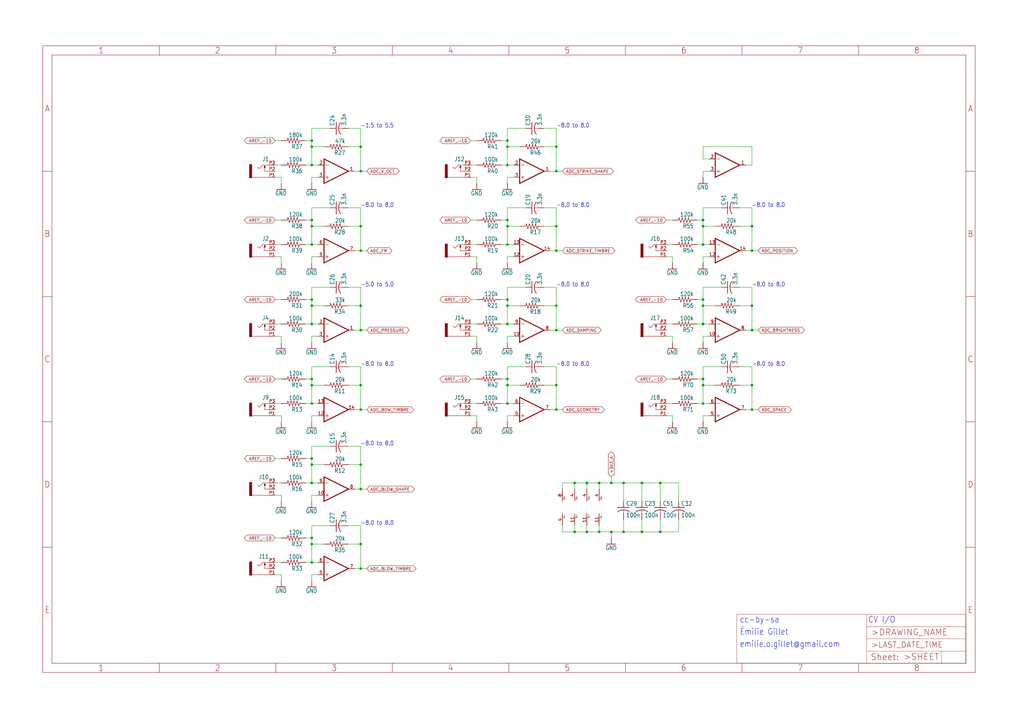
<source format=kicad_sch>
(kicad_sch (version 20231120) (generator "eeschema") (generator_version "8.0")
  (paper "User" 425.45 299.161)
  (junction (at 129.54 91.44))
  (junction (at 129.54 233.68))
  (junction (at 210.82 60.96))
  (junction (at 129.54 226.06))
  (junction (at 129.54 134.62))
  (junction (at 259.08 200.66))
  (junction (at 129.54 157.48))
  (junction (at 129.54 200.66))
  (junction (at 292.1 167.64))
  (junction (at 149.86 226.06))
  (junction (at 129.54 190.5))
  (junction (at 312.42 93.98))
  (junction (at 210.82 157.48))
  (junction (at 238.76 200.66))
  (junction (at 210.82 68.58))
  (junction (at 312.42 170.18))
  (junction (at 129.54 101.6))
  (junction (at 149.86 71.12))
  (junction (at 129.54 160.02))
  (junction (at 149.86 170.18))
  (junction (at 231.14 127))
  (junction (at 210.82 93.98))
  (junction (at 210.82 127))
  (junction (at 129.54 127))
  (junction (at 149.86 137.16))
  (junction (at 231.14 60.96))
  (junction (at 259.08 220.98))
  (junction (at 210.82 58.42))
  (junction (at 210.82 167.64))
  (junction (at 149.86 236.22))
  (junction (at 149.86 193.04))
  (junction (at 129.54 167.64))
  (junction (at 231.14 170.18))
  (junction (at 210.82 101.6))
  (junction (at 292.1 134.62))
  (junction (at 292.1 91.44))
  (junction (at 149.86 93.98))
  (junction (at 149.86 127))
  (junction (at 149.86 104.14))
  (junction (at 129.54 124.46))
  (junction (at 210.82 91.44))
  (junction (at 231.14 71.12))
  (junction (at 243.84 200.66))
  (junction (at 254 200.66))
  (junction (at 243.84 220.98))
  (junction (at 231.14 137.16))
  (junction (at 231.14 160.02))
  (junction (at 254 220.98))
  (junction (at 248.92 220.98))
  (junction (at 129.54 93.98))
  (junction (at 129.54 223.52))
  (junction (at 292.1 101.6))
  (junction (at 312.42 104.14))
  (junction (at 248.92 200.66))
  (junction (at 149.86 203.2))
  (junction (at 292.1 93.98))
  (junction (at 129.54 60.96))
  (junction (at 274.32 220.98))
  (junction (at 312.42 137.16))
  (junction (at 266.7 220.98))
  (junction (at 231.14 93.98))
  (junction (at 274.32 200.66))
  (junction (at 292.1 124.46))
  (junction (at 149.86 160.02))
  (junction (at 238.76 220.98))
  (junction (at 129.54 193.04))
  (junction (at 231.14 104.14))
  (junction (at 292.1 160.02))
  (junction (at 312.42 160.02))
  (junction (at 129.54 68.58))
  (junction (at 312.42 127))
  (junction (at 292.1 127))
  (junction (at 210.82 134.62))
  (junction (at 149.86 60.96))
  (junction (at 266.7 200.66))
  (junction (at 129.54 58.42))
  (junction (at 210.82 160.02))
  (junction (at 210.82 124.46))
  (junction (at 292.1 157.48))
  (wire (pts (xy 276.86 101.6) (xy 279.4 101.6)))
  (wire (pts (xy 312.42 60.96) (xy 312.42 68.58)))
  (wire (pts (xy 274.32 200.66) (xy 274.32 208.28)))
  (wire (pts (xy 195.58 134.62) (xy 198.12 134.62)))
  (wire (pts (xy 312.42 137.16) (xy 314.96 137.16)))
  (wire (pts (xy 226.06 60.96) (xy 231.14 60.96)))
  (wire (pts (xy 127 233.68) (xy 129.54 233.68)))
  (wire (pts (xy 231.14 60.96) (xy 231.14 71.12)))
  (wire (pts (xy 233.68 220.98) (xy 238.76 220.98)))
  (wire (pts (xy 276.86 134.62) (xy 279.4 134.62)))
  (wire (pts (xy 307.34 86.36) (xy 312.42 86.36)))
  (wire (pts (xy 243.84 200.66) (xy 248.92 200.66)))
  (wire (pts (xy 289.56 167.64) (xy 292.1 167.64)))
  (wire (pts (xy 149.86 60.96) (xy 149.86 71.12)))
  (wire (pts (xy 231.14 93.98) (xy 231.14 104.14)))
  (wire (pts (xy 132.08 172.72) (xy 129.54 172.72)))
  (wire (pts (xy 195.58 106.68) (xy 198.12 106.68)))
  (wire (pts (xy 238.76 218.44) (xy 238.76 220.98)))
  (wire (pts (xy 198.12 172.72) (xy 198.12 175.26)))
  (wire (pts (xy 254 200.66) (xy 254 198.12)))
  (wire (pts (xy 116.84 157.48) (xy 114.3 157.48)))
  (wire (pts (xy 144.78 160.02) (xy 149.86 160.02)))
  (wire (pts (xy 129.54 160.02) (xy 129.54 167.64)))
  (wire (pts (xy 292.1 101.6) (xy 294.64 101.6)))
  (wire (pts (xy 292.1 71.12) (xy 292.1 73.66)))
  (wire (pts (xy 248.92 203.2) (xy 248.92 200.66)))
  (wire (pts (xy 114.3 124.46) (xy 116.84 124.46)))
  (wire (pts (xy 149.86 203.2) (xy 152.4 203.2)))
  (wire (pts (xy 312.42 137.16) (xy 309.88 137.16)))
  (wire (pts (xy 144.78 127) (xy 149.86 127)))
  (wire (pts (xy 149.86 226.06) (xy 149.86 236.22)))
  (wire (pts (xy 231.14 137.16) (xy 228.6 137.16)))
  (wire (pts (xy 292.1 124.46) (xy 292.1 127)))
  (wire (pts (xy 312.42 170.18) (xy 309.88 170.18)))
  (wire (pts (xy 127 124.46) (xy 129.54 124.46)))
  (wire (pts (xy 114.3 106.68) (xy 116.84 106.68)))
  (wire (pts (xy 292.1 139.7) (xy 292.1 142.24)))
  (wire (pts (xy 116.84 106.68) (xy 116.84 109.22)))
  (wire (pts (xy 210.82 86.36) (xy 210.82 91.44)))
  (wire (pts (xy 231.14 104.14) (xy 233.68 104.14)))
  (wire (pts (xy 248.92 218.44) (xy 248.92 220.98)))
  (wire (pts (xy 129.54 226.06) (xy 129.54 233.68)))
  (wire (pts (xy 213.36 73.66) (xy 210.82 73.66)))
  (wire (pts (xy 218.44 86.36) (xy 210.82 86.36)))
  (wire (pts (xy 129.54 152.4) (xy 129.54 157.48)))
  (wire (pts (xy 208.28 101.6) (xy 210.82 101.6)))
  (wire (pts (xy 215.9 160.02) (xy 210.82 160.02)))
  (wire (pts (xy 127 101.6) (xy 129.54 101.6)))
  (wire (pts (xy 238.76 203.2) (xy 238.76 200.66)))
  (wire (pts (xy 226.06 53.34) (xy 231.14 53.34)))
  (wire (pts (xy 134.62 226.06) (xy 129.54 226.06)))
  (wire (pts (xy 129.54 193.04) (xy 129.54 200.66)))
  (wire (pts (xy 149.86 127) (xy 149.86 137.16)))
  (wire (pts (xy 292.1 127) (xy 292.1 134.62)))
  (wire (pts (xy 134.62 127) (xy 129.54 127)))
  (wire (pts (xy 210.82 127) (xy 210.82 134.62)))
  (wire (pts (xy 292.1 160.02) (xy 292.1 167.64)))
  (wire (pts (xy 137.16 53.34) (xy 129.54 53.34)))
  (wire (pts (xy 292.1 91.44) (xy 292.1 93.98)))
  (wire (pts (xy 210.82 58.42) (xy 210.82 60.96)))
  (wire (pts (xy 114.3 233.68) (xy 116.84 233.68)))
  (wire (pts (xy 274.32 220.98) (xy 281.94 220.98)))
  (wire (pts (xy 210.82 68.58) (xy 213.36 68.58)))
  (wire (pts (xy 266.7 220.98) (xy 266.7 215.9)))
  (wire (pts (xy 233.68 200.66) (xy 238.76 200.66)))
  (wire (pts (xy 116.84 139.7) (xy 116.84 142.24)))
  (wire (pts (xy 213.36 172.72) (xy 210.82 172.72)))
  (wire (pts (xy 259.08 220.98) (xy 266.7 220.98)))
  (wire (pts (xy 259.08 200.66) (xy 266.7 200.66)))
  (wire (pts (xy 231.14 137.16) (xy 233.68 137.16)))
  (wire (pts (xy 127 157.48) (xy 129.54 157.48)))
  (wire (pts (xy 289.56 124.46) (xy 292.1 124.46)))
  (wire (pts (xy 231.14 53.34) (xy 231.14 60.96)))
  (wire (pts (xy 149.86 170.18) (xy 152.4 170.18)))
  (wire (pts (xy 292.1 167.64) (xy 294.64 167.64)))
  (wire (pts (xy 208.28 91.44) (xy 210.82 91.44)))
  (wire (pts (xy 254 220.98) (xy 259.08 220.98)))
  (wire (pts (xy 132.08 73.66) (xy 129.54 73.66)))
  (wire (pts (xy 210.82 101.6) (xy 213.36 101.6)))
  (wire (pts (xy 294.64 139.7) (xy 292.1 139.7)))
  (wire (pts (xy 248.92 200.66) (xy 254 200.66)))
  (wire (pts (xy 114.3 139.7) (xy 116.84 139.7)))
  (wire (pts (xy 134.62 93.98) (xy 129.54 93.98)))
  (wire (pts (xy 274.32 200.66) (xy 281.94 200.66)))
  (wire (pts (xy 149.86 160.02) (xy 149.86 170.18)))
  (wire (pts (xy 297.18 160.02) (xy 292.1 160.02)))
  (wire (pts (xy 312.42 160.02) (xy 312.42 170.18)))
  (wire (pts (xy 210.82 60.96) (xy 210.82 68.58)))
  (wire (pts (xy 129.54 73.66) (xy 129.54 76.2)))
  (wire (pts (xy 149.86 236.22) (xy 147.32 236.22)))
  (wire (pts (xy 114.3 200.66) (xy 116.84 200.66)))
  (wire (pts (xy 312.42 86.36) (xy 312.42 93.98)))
  (wire (pts (xy 279.4 157.48) (xy 276.86 157.48)))
  (wire (pts (xy 210.82 53.34) (xy 210.82 58.42)))
  (wire (pts (xy 243.84 203.2) (xy 243.84 200.66)))
  (wire (pts (xy 129.54 124.46) (xy 129.54 127)))
  (wire (pts (xy 276.86 91.44) (xy 279.4 91.44)))
  (wire (pts (xy 312.42 104.14) (xy 309.88 104.14)))
  (wire (pts (xy 149.86 104.14) (xy 152.4 104.14)))
  (wire (pts (xy 127 134.62) (xy 129.54 134.62)))
  (wire (pts (xy 149.86 119.38) (xy 149.86 127)))
  (wire (pts (xy 198.12 73.66) (xy 198.12 76.2)))
  (wire (pts (xy 129.54 58.42) (xy 129.54 60.96)))
  (wire (pts (xy 215.9 93.98) (xy 210.82 93.98)))
  (wire (pts (xy 134.62 193.04) (xy 129.54 193.04)))
  (wire (pts (xy 307.34 93.98) (xy 312.42 93.98)))
  (wire (pts (xy 114.3 73.66) (xy 116.84 73.66)))
  (wire (pts (xy 127 91.44) (xy 129.54 91.44)))
  (wire (pts (xy 144.78 53.34) (xy 149.86 53.34)))
  (wire (pts (xy 312.42 127) (xy 312.42 137.16)))
  (wire (pts (xy 129.54 223.52) (xy 129.54 226.06)))
  (wire (pts (xy 226.06 93.98) (xy 231.14 93.98)))
  (wire (pts (xy 144.78 226.06) (xy 149.86 226.06)))
  (wire (pts (xy 134.62 60.96) (xy 129.54 60.96)))
  (wire (pts (xy 281.94 220.98) (xy 281.94 215.9)))
  (wire (pts (xy 144.78 218.44) (xy 149.86 218.44)))
  (wire (pts (xy 231.14 71.12) (xy 233.68 71.12)))
  (wire (pts (xy 307.34 127) (xy 312.42 127)))
  (wire (pts (xy 210.82 157.48) (xy 210.82 160.02)))
  (wire (pts (xy 129.54 190.5) (xy 129.54 193.04)))
  (wire (pts (xy 208.28 58.42) (xy 210.82 58.42)))
  (wire (pts (xy 210.82 91.44) (xy 210.82 93.98)))
  (wire (pts (xy 266.7 200.66) (xy 274.32 200.66)))
  (wire (pts (xy 276.86 167.64) (xy 279.4 167.64)))
  (wire (pts (xy 116.84 73.66) (xy 116.84 76.2)))
  (wire (pts (xy 149.86 236.22) (xy 152.4 236.22)))
  (wire (pts (xy 127 167.64) (xy 129.54 167.64)))
  (wire (pts (xy 279.4 106.68) (xy 279.4 109.22)))
  (wire (pts (xy 208.28 157.48) (xy 210.82 157.48)))
  (wire (pts (xy 149.86 193.04) (xy 149.86 203.2)))
  (wire (pts (xy 129.54 127) (xy 129.54 134.62)))
  (wire (pts (xy 274.32 220.98) (xy 274.32 215.9)))
  (wire (pts (xy 137.16 86.36) (xy 129.54 86.36)))
  (wire (pts (xy 226.06 152.4) (xy 231.14 152.4)))
  (wire (pts (xy 132.08 106.68) (xy 129.54 106.68)))
  (wire (pts (xy 134.62 160.02) (xy 129.54 160.02)))
  (wire (pts (xy 116.84 238.76) (xy 116.84 241.3)))
  (wire (pts (xy 276.86 124.46) (xy 279.4 124.46)))
  (wire (pts (xy 218.44 119.38) (xy 210.82 119.38)))
  (wire (pts (xy 129.54 134.62) (xy 132.08 134.62)))
  (wire (pts (xy 312.42 104.14) (xy 314.96 104.14)))
  (wire (pts (xy 233.68 203.2) (xy 233.68 200.66)))
  (wire (pts (xy 243.84 218.44) (xy 243.84 220.98)))
  (wire (pts (xy 259.08 215.9) (xy 259.08 220.98)))
  (wire (pts (xy 114.3 190.5) (xy 116.84 190.5)))
  (wire (pts (xy 129.54 157.48) (xy 129.54 160.02)))
  (wire (pts (xy 292.1 157.48) (xy 292.1 160.02)))
  (wire (pts (xy 208.28 134.62) (xy 210.82 134.62)))
  (wire (pts (xy 231.14 119.38) (xy 231.14 127)))
  (wire (pts (xy 213.36 106.68) (xy 210.82 106.68)))
  (wire (pts (xy 114.3 223.52) (xy 116.84 223.52)))
  (wire (pts (xy 195.58 58.42) (xy 198.12 58.42)))
  (wire (pts (xy 254 220.98) (xy 254 223.52)))
  (wire (pts (xy 281.94 200.66) (xy 281.94 208.28)))
  (wire (pts (xy 129.54 185.42) (xy 129.54 190.5)))
  (wire (pts (xy 127 200.66) (xy 129.54 200.66)))
  (wire (pts (xy 149.86 93.98) (xy 149.86 104.14)))
  (wire (pts (xy 312.42 68.58) (xy 309.88 68.58)))
  (wire (pts (xy 218.44 53.34) (xy 210.82 53.34)))
  (wire (pts (xy 127 58.42) (xy 129.54 58.42)))
  (wire (pts (xy 129.54 53.34) (xy 129.54 58.42)))
  (wire (pts (xy 266.7 200.66) (xy 266.7 208.28)))
  (wire (pts (xy 129.54 139.7) (xy 129.54 142.24)))
  (wire (pts (xy 259.08 200.66) (xy 259.08 208.28)))
  (wire (pts (xy 114.3 172.72) (xy 116.84 172.72)))
  (wire (pts (xy 312.42 93.98) (xy 312.42 104.14)))
  (wire (pts (xy 231.14 71.12) (xy 228.6 71.12)))
  (wire (pts (xy 137.16 185.42) (xy 129.54 185.42)))
  (wire (pts (xy 129.54 200.66) (xy 132.08 200.66)))
  (wire (pts (xy 218.44 152.4) (xy 210.82 152.4)))
  (wire (pts (xy 114.3 91.44) (xy 116.84 91.44)))
  (wire (pts (xy 215.9 127) (xy 210.82 127)))
  (wire (pts (xy 210.82 134.62) (xy 213.36 134.62)))
  (wire (pts (xy 195.58 73.66) (xy 198.12 73.66)))
  (wire (pts (xy 198.12 106.68) (xy 198.12 109.22)))
  (wire (pts (xy 243.84 220.98) (xy 248.92 220.98)))
  (wire (pts (xy 292.1 119.38) (xy 292.1 124.46)))
  (wire (pts (xy 149.86 71.12) (xy 152.4 71.12)))
  (wire (pts (xy 210.82 119.38) (xy 210.82 124.46)))
  (wire (pts (xy 307.34 152.4) (xy 312.42 152.4)))
  (wire (pts (xy 231.14 170.18) (xy 228.6 170.18)))
  (wire (pts (xy 116.84 205.74) (xy 116.84 208.28)))
  (wire (pts (xy 137.16 119.38) (xy 129.54 119.38)))
  (wire (pts (xy 294.64 172.72) (xy 292.1 172.72)))
  (wire (pts (xy 233.68 218.44) (xy 233.68 220.98)))
  (wire (pts (xy 195.58 172.72) (xy 198.12 172.72)))
  (wire (pts (xy 292.1 66.04) (xy 292.1 60.96)))
  (wire (pts (xy 231.14 86.36) (xy 231.14 93.98)))
  (wire (pts (xy 208.28 167.64) (xy 210.82 167.64)))
  (wire (pts (xy 292.1 152.4) (xy 292.1 157.48)))
  (wire (pts (xy 294.64 66.04) (xy 292.1 66.04)))
  (wire (pts (xy 195.58 139.7) (xy 198.12 139.7)))
  (wire (pts (xy 149.86 137.16) (xy 147.32 137.16)))
  (wire (pts (xy 210.82 172.72) (xy 210.82 175.26)))
  (wire (pts (xy 213.36 139.7) (xy 210.82 139.7)))
  (wire (pts (xy 208.28 124.46) (xy 210.82 124.46)))
  (wire (pts (xy 114.3 205.74) (xy 116.84 205.74)))
  (wire (pts (xy 210.82 167.64) (xy 213.36 167.64)))
  (wire (pts (xy 144.78 86.36) (xy 149.86 86.36)))
  (wire (pts (xy 149.86 152.4) (xy 149.86 160.02)))
  (wire (pts (xy 294.64 71.12) (xy 292.1 71.12)))
  (wire (pts (xy 195.58 101.6) (xy 198.12 101.6)))
  (wire (pts (xy 144.78 93.98) (xy 149.86 93.98)))
  (wire (pts (xy 114.3 101.6) (xy 116.84 101.6)))
  (wire (pts (xy 129.54 60.96) (xy 129.54 68.58)))
  (wire (pts (xy 292.1 86.36) (xy 292.1 91.44)))
  (wire (pts (xy 238.76 220.98) (xy 243.84 220.98)))
  (wire (pts (xy 210.82 152.4) (xy 210.82 157.48)))
  (wire (pts (xy 210.82 160.02) (xy 210.82 167.64)))
  (wire (pts (xy 149.86 53.34) (xy 149.86 60.96)))
  (wire (pts (xy 231.14 160.02) (xy 231.14 170.18)))
  (wire (pts (xy 226.06 160.02) (xy 231.14 160.02)))
  (wire (pts (xy 292.1 172.72) (xy 292.1 175.26)))
  (wire (pts (xy 289.56 157.48) (xy 292.1 157.48)))
  (wire (pts (xy 231.14 170.18) (xy 233.68 170.18)))
  (wire (pts (xy 114.3 58.42) (xy 116.84 58.42)))
  (wire (pts (xy 149.86 203.2) (xy 147.32 203.2)))
  (wire (pts (xy 312.42 170.18) (xy 314.96 170.18)))
  (wire (pts (xy 195.58 91.44) (xy 198.12 91.44)))
  (wire (pts (xy 127 190.5) (xy 129.54 190.5)))
  (wire (pts (xy 210.82 93.98) (xy 210.82 101.6)))
  (wire (pts (xy 127 68.58) (xy 129.54 68.58)))
  (wire (pts (xy 289.56 134.62) (xy 292.1 134.62)))
  (wire (pts (xy 231.14 127) (xy 231.14 137.16)))
  (wire (pts (xy 144.78 185.42) (xy 149.86 185.42)))
  (wire (pts (xy 307.34 119.38) (xy 312.42 119.38)))
  (wire (pts (xy 238.76 200.66) (xy 243.84 200.66)))
  (wire (pts (xy 210.82 106.68) (xy 210.82 109.22)))
  (wire (pts (xy 132.08 205.74) (xy 129.54 205.74)))
  (wire (pts (xy 231.14 104.14) (xy 228.6 104.14)))
  (wire (pts (xy 144.78 152.4) (xy 149.86 152.4)))
  (wire (pts (xy 129.54 238.76) (xy 129.54 241.3)))
  (wire (pts (xy 129.54 93.98) (xy 129.54 101.6)))
  (wire (pts (xy 149.86 170.18) (xy 147.32 170.18)))
  (wire (pts (xy 279.4 139.7) (xy 279.4 142.24)))
  (wire (pts (xy 149.86 104.14) (xy 147.32 104.14)))
  (wire (pts (xy 208.28 68.58) (xy 210.82 68.58)))
  (wire (pts (xy 210.82 124.46) (xy 210.82 127)))
  (wire (pts (xy 149.86 71.12) (xy 147.32 71.12)))
  (wire (pts (xy 210.82 139.7) (xy 210.82 142.24)))
  (wire (pts (xy 137.16 152.4) (xy 129.54 152.4)))
  (wire (pts (xy 226.06 86.36) (xy 231.14 86.36)))
  (wire (pts (xy 292.1 60.96) (xy 312.42 60.96)))
  (wire (pts (xy 226.06 119.38) (xy 231.14 119.38)))
  (wire (pts (xy 292.1 93.98) (xy 292.1 101.6)))
  (wire (pts (xy 297.18 127) (xy 292.1 127)))
  (wire (pts (xy 279.4 172.72) (xy 279.4 175.26)))
  (wire (pts (xy 198.12 139.7) (xy 198.12 142.24)))
  (wire (pts (xy 299.72 86.36) (xy 292.1 86.36)))
  (wire (pts (xy 254 200.66) (xy 259.08 200.66)))
  (wire (pts (xy 226.06 127) (xy 231.14 127)))
  (wire (pts (xy 129.54 205.74) (xy 129.54 208.28)))
  (wire (pts (xy 297.18 93.98) (xy 292.1 93.98)))
  (wire (pts (xy 129.54 86.36) (xy 129.54 91.44)))
  (wire (pts (xy 129.54 119.38) (xy 129.54 124.46)))
  (wire (pts (xy 127 223.52) (xy 129.54 223.52)))
  (wire (pts (xy 195.58 157.48) (xy 198.12 157.48)))
  (wire (pts (xy 312.42 119.38) (xy 312.42 127)))
  (wire (pts (xy 129.54 218.44) (xy 129.54 223.52)))
  (wire (pts (xy 137.16 218.44) (xy 129.54 218.44)))
  (wire (pts (xy 129.54 68.58) (xy 132.08 68.58)))
  (wire (pts (xy 114.3 68.58) (xy 116.84 68.58)))
  (wire (pts (xy 307.34 160.02) (xy 312.42 160.02)))
  (wire (pts (xy 215.9 60.96) (xy 210.82 60.96)))
  (wire (pts (xy 294.64 106.68) (xy 292.1 106.68)))
  (wire (pts (xy 312.42 152.4) (xy 312.42 160.02)))
  (wire (pts (xy 231.14 152.4) (xy 231.14 160.02)))
  (wire (pts (xy 132.08 238.76) (xy 129.54 238.76)))
  (wire (pts (xy 266.7 220.98) (xy 274.32 220.98)))
  (wire (pts (xy 149.86 218.44) (xy 149.86 226.06)))
  (wire (pts (xy 149.86 86.36) (xy 149.86 93.98)))
  (wire (pts (xy 114.3 238.76) (xy 116.84 238.76)))
  (wire (pts (xy 114.3 167.64) (xy 116.84 167.64)))
  (wire (pts (xy 144.78 193.04) (xy 149.86 193.04)))
  (wire (pts (xy 129.54 91.44) (xy 129.54 93.98)))
  (wire (pts (xy 129.54 106.68) (xy 129.54 109.22)))
  (wire (pts (xy 114.3 134.62) (xy 116.84 134.62)))
  (wire (pts (xy 129.54 101.6) (xy 132.08 101.6)))
  (wire (pts (xy 144.78 60.96) (xy 149.86 60.96)))
  (wire (pts (xy 129.54 233.68) (xy 132.08 233.68)))
  (wire (pts (xy 299.72 152.4) (xy 292.1 152.4)))
  (wire (pts (xy 292.1 134.62) (xy 294.64 134.62)))
  (wire (pts (xy 195.58 68.58) (xy 198.12 68.58)))
  (wire (pts (xy 198.12 124.46) (xy 195.58 124.46)))
  (wire (pts (xy 276.86 106.68) (xy 279.4 106.68)))
  (wire (pts (xy 132.08 139.7) (xy 129.54 139.7)))
  (wire (pts (xy 248.92 220.98) (xy 254 220.98)))
  (wire (pts (xy 116.84 172.72) (xy 116.84 175.26)))
  (wire (pts (xy 289.56 91.44) (xy 292.1 91.44)))
  (wire (pts (xy 129.54 172.72) (xy 129.54 175.26)))
  (wire (pts (xy 276.86 139.7) (xy 279.4 139.7)))
  (wire (pts (xy 195.58 167.64) (xy 198.12 167.64)))
  (wire (pts (xy 129.54 167.64) (xy 132.08 167.64)))
  (wire (pts (xy 289.56 101.6) (xy 292.1 101.6)))
  (wire (pts (xy 276.86 172.72) (xy 279.4 172.72)))
  (wire (pts (xy 149.86 185.42) (xy 149.86 193.04)))
  (wire (pts (xy 149.86 137.16) (xy 152.4 137.16)))
  (wire (pts (xy 292.1 106.68) (xy 292.1 109.22)))
  (wire (pts (xy 144.78 119.38) (xy 149.86 119.38)))
  (wire (pts (xy 210.82 73.66) (xy 210.82 76.2)))
  (wire (pts (xy 299.72 119.38) (xy 292.1 119.38)))
  (text "-8.0 to 8.0" (at 149.86 152.4 0) (effects (font (size 1.778 1.5113)) (justify left bottom)))
  (text "-8.0 to 8.0" (at 312.42 152.4 0) (effects (font (size 1.778 1.5113)) (justify left bottom)))
  (text "-8.0 to 8.0" (at 149.86 218.44 0) (effects (font (size 1.778 1.5113)) (justify left bottom)))
  (text "-8.0 to 8.0" (at 149.86 185.42 0) (effects (font (size 1.778 1.5113)) (justify left bottom)))
  (text "Émilie Gillet" (at 307.34 264.16 0) (effects (font (size 2.54 2.159)) (justify left bottom)))
  (text "-5.0 to 5.0" (at 149.86 119.38 0) (effects (font (size 1.778 1.5113)) (justify left bottom)))
  (text "-8.0 to 8.0" (at 312.42 119.38 0) (effects (font (size 1.778 1.5113)) (justify left bottom)))
  (text "cc-by-sa" (at 307.34 259.08 0) (effects (font (size 2.54 2.159)) (justify left bottom)))
  (text "-8.0 to 8.0" (at 312.42 86.36 0) (effects (font (size 1.778 1.5113)) (justify left bottom)))
  (text "-8.0 to 8.0" (at 231.14 152.4 0) (effects (font (size 1.778 1.5113)) (justify left bottom)))
  (text "emilie.o.gillet@gmail.com" (at 307.34 269.24 0) (effects (font (size 2.54 2.159)) (justify left bottom)))
  (text "-8.0 to 8.0" (at 231.14 119.38 0) (effects (font (size 1.778 1.5113)) (justify left bottom)))
  (text "CV I/O" (at 360.68 259.08 0) (effects (font (size 2.54 2.159)) (justify left bottom)))
  (text "-8.0 to 8.0" (at 149.86 86.36 0) (effects (font (size 1.778 1.5113)) (justify left bottom)))
  (text "-8.0 to 8.0" (at 231.14 86.36 0) (effects (font (size 1.778 1.5113)) (justify left bottom)))
  (text "-8.0 to 8.0" (at 231.14 53.34 0) (effects (font (size 1.778 1.5113)) (justify left bottom)))
  (text "-1.5 to 5.5" (at 149.86 53.34 0) (effects (font (size 1.778 1.5113)) (justify left bottom)))
  (global_label "AREF_-10" (shape bidirectional) (at 276.86 91.44 180) (effects (font (size 1.2446 1.2446))) (property "Intersheetrefs" "${INTERSHEET_REFS}" (effects (hide yes))))
  (global_label "+3V3_A" (shape bidirectional) (at 254 198.12 90) (effects (font (size 1.2446 1.2446))) (property "Intersheetrefs" "${INTERSHEET_REFS}" (effects (hide yes))))
  (global_label "ADC_BRIGHTNESS" (shape bidirectional) (at 314.96 137.16 0) (effects (font (size 1.2446 1.2446))) (property "Intersheetrefs" "${INTERSHEET_REFS}" (effects (hide yes))))
  (global_label "ADC_GEOMETRY" (shape bidirectional) (at 233.68 170.18 0) (effects (font (size 1.2446 1.2446))) (property "Intersheetrefs" "${INTERSHEET_REFS}" (effects (hide yes))))
  (global_label "ADC_BLOW_SHAPE" (shape bidirectional) (at 152.4 203.2 0) (effects (font (size 1.2446 1.2446))) (property "Intersheetrefs" "${INTERSHEET_REFS}" (effects (hide yes))))
  (global_label "ADC_BLOW_TIMBRE" (shape bidirectional) (at 152.4 236.22 0) (effects (font (size 1.2446 1.2446))) (property "Intersheetrefs" "${INTERSHEET_REFS}" (effects (hide yes))))
  (global_label "ADC_V_OCT" (shape bidirectional) (at 152.4 71.12 0) (effects (font (size 1.2446 1.2446))) (property "Intersheetrefs" "${INTERSHEET_REFS}" (effects (hide yes))))
  (global_label "ADC_DAMPING" (shape bidirectional) (at 233.68 137.16 0) (effects (font (size 1.2446 1.2446))) (property "Intersheetrefs" "${INTERSHEET_REFS}" (effects (hide yes))))
  (global_label "ADC_FM" (shape bidirectional) (at 152.4 104.14 0) (effects (font (size 1.2446 1.2446))) (property "Intersheetrefs" "${INTERSHEET_REFS}" (effects (hide yes))))
  (global_label "AREF_-10" (shape bidirectional) (at 276.86 124.46 180) (effects (font (size 1.2446 1.2446))) (property "Intersheetrefs" "${INTERSHEET_REFS}" (effects (hide yes))))
  (global_label "AREF_-10" (shape bidirectional) (at 114.3 157.48 180) (effects (font (size 1.2446 1.2446))) (property "Intersheetrefs" "${INTERSHEET_REFS}" (effects (hide yes))))
  (global_label "ADC_BOW_TIMBRE" (shape bidirectional) (at 152.4 170.18 0) (effects (font (size 1.2446 1.2446))) (property "Intersheetrefs" "${INTERSHEET_REFS}" (effects (hide yes))))
  (global_label "ADC_POSITION" (shape bidirectional) (at 314.96 104.14 0) (effects (font (size 1.2446 1.2446))) (property "Intersheetrefs" "${INTERSHEET_REFS}" (effects (hide yes))))
  (global_label "ADC_STRIKE_SHAPE" (shape bidirectional) (at 233.68 71.12 0) (effects (font (size 1.2446 1.2446))) (property "Intersheetrefs" "${INTERSHEET_REFS}" (effects (hide yes))))
  (global_label "AREF_-10" (shape bidirectional) (at 114.3 190.5 180) (effects (font (size 1.2446 1.2446))) (property "Intersheetrefs" "${INTERSHEET_REFS}" (effects (hide yes))))
  (global_label "ADC_STRIKE_TIMBRE" (shape bidirectional) (at 233.68 104.14 0) (effects (font (size 1.2446 1.2446))) (property "Intersheetrefs" "${INTERSHEET_REFS}" (effects (hide yes))))
  (global_label "AREF_-10" (shape bidirectional) (at 195.58 91.44 180) (effects (font (size 1.2446 1.2446))) (property "Intersheetrefs" "${INTERSHEET_REFS}" (effects (hide yes))))
  (global_label "AREF_-10" (shape bidirectional) (at 114.3 58.42 180) (effects (font (size 1.2446 1.2446))) (property "Intersheetrefs" "${INTERSHEET_REFS}" (effects (hide yes))))
  (global_label "AREF_-10" (shape bidirectional) (at 114.3 124.46 180) (effects (font (size 1.2446 1.2446))) (property "Intersheetrefs" "${INTERSHEET_REFS}" (effects (hide yes))))
  (global_label "ADC_SPACE" (shape bidirectional) (at 314.96 170.18 0) (effects (font (size 1.2446 1.2446))) (property "Intersheetrefs" "${INTERSHEET_REFS}" (effects (hide yes))))
  (global_label "AREF_-10" (shape bidirectional) (at 276.86 157.48 180) (effects (font (size 1.2446 1.2446))) (property "Intersheetrefs" "${INTERSHEET_REFS}" (effects (hide yes))))
  (global_label "AREF_-10" (shape bidirectional) (at 114.3 223.52 180) (effects (font (size 1.2446 1.2446))) (property "Intersheetrefs" "${INTERSHEET_REFS}" (effects (hide yes))))
  (global_label "AREF_-10" (shape bidirectional) (at 195.58 124.46 180) (effects (font (size 1.2446 1.2446))) (property "Intersheetrefs" "${INTERSHEET_REFS}" (effects (hide yes))))
  (global_label "AREF_-10" (shape bidirectional) (at 195.58 58.42 180) (effects (font (size 1.2446 1.2446))) (property "Intersheetrefs" "${INTERSHEET_REFS}" (effects (hide yes))))
  (global_label "AREF_-10" (shape bidirectional) (at 114.3 91.44 180) (effects (font (size 1.2446 1.2446))) (property "Intersheetrefs" "${INTERSHEET_REFS}" (effects (hide yes))))
  (global_label "AREF_-10" (shape bidirectional) (at 195.58 157.48 180) (effects (font (size 1.2446 1.2446))) (property "Intersheetrefs" "${INTERSHEET_REFS}" (effects (hide yes))))
  (global_label "ADC_PRESSURE" (shape bidirectional) (at 152.4 137.16 0) (effects (font (size 1.2446 1.2446))) (property "Intersheetrefs" "${INTERSHEET_REFS}" (effects (hide yes))))
  (symbol (lib_id "elements_v02-eagle-import:R-US_R0603") (at 121.92 167.64 180) (unit 1)
    (property "Reference" "R13" (at 125.73 169.1386 0) (effects (font (size 1.778 1.5113)) (justify left bottom)))
    (property "Value" "100k" (at 125.73 164.338 0) (effects (font (size 1.778 1.5113)) (justify left bottom)))
    (property "Footprint" "elements_v02:R0603" (effects (hide yes)))
  )
  (symbol (lib_id "elements_v02-eagle-import:R-US_R0603") (at 284.48 124.46 180) (unit 1)
    (property "Reference" "R56" (at 288.29 125.9586 0) (effects (font (size 1.778 1.5113)) (justify left bottom)))
    (property "Value" "120k" (at 288.29 121.158 0) (effects (font (size 1.778 1.5113)) (justify left bottom)))
    (property "Footprint" "elements_v02:R0603" (effects (hide yes)))
  )
  (symbol (lib_id "elements_v02-eagle-import:TL072D") (at 139.7 104.14 0) (mirror x) (unit 2)
    (property "Reference" "IC9" (effects (hide yes)))
    (property "Value" "MCP6002" (effects (hide yes)))
    (property "Footprint" "elements_v02:SO08" (effects (hide yes)))
  )
  (symbol (lib_id "elements_v02-eagle-import:GND") (at 116.84 111.76 0) (unit 1)
    (property "Reference" "#GND06" (effects (hide yes)))
    (property "Value" "GND" (at 114.3 114.3 0) (effects (font (size 1.778 1.5113)) (justify left bottom)))
    (property "Footprint" "elements_v02:" (effects (hide yes)))
  )
  (symbol (lib_id "elements_v02-eagle-import:TL074D") (at 220.98 104.14 0) (mirror x) (unit 4)
    (property "Reference" "IC7" (effects (hide yes)))
    (property "Value" "MCP6004" (effects (hide yes)))
    (property "Footprint" "elements_v02:SO14" (effects (hide yes)))
  )
  (symbol (lib_id "elements_v02-eagle-import:C-USC0603") (at 266.7 210.82 0) (unit 1)
    (property "Reference" "C23" (at 267.716 210.185 0) (effects (font (size 1.778 1.5113)) (justify left bottom)))
    (property "Value" "100n" (at 267.716 215.011 0) (effects (font (size 1.778 1.5113)) (justify left bottom)))
    (property "Footprint" "elements_v02:C0603" (effects (hide yes)))
  )
  (symbol (lib_id "elements_v02-eagle-import:TL074D") (at 302.26 68.58 0) (mirror x) (unit 1)
    (property "Reference" "IC13" (effects (hide yes)))
    (property "Value" "MCP6004" (effects (hide yes)))
    (property "Footprint" "elements_v02:SO14" (effects (hide yes)))
  )
  (symbol (lib_id "elements_v02-eagle-import:GND") (at 129.54 210.82 0) (unit 1)
    (property "Reference" "#GND02" (effects (hide yes)))
    (property "Value" "GND" (at 127 213.36 0) (effects (font (size 1.778 1.5113)) (justify left bottom)))
    (property "Footprint" "elements_v02:" (effects (hide yes)))
  )
  (symbol (lib_id "elements_v02-eagle-import:R-US_R0603") (at 220.98 160.02 180) (unit 1)
    (property "Reference" "R29" (at 224.79 161.5186 0) (effects (font (size 1.778 1.5113)) (justify left bottom)))
    (property "Value" "20k" (at 224.79 156.718 0) (effects (font (size 1.778 1.5113)) (justify left bottom)))
    (property "Footprint" "elements_v02:R0603" (effects (hide yes)))
  )
  (symbol (lib_id "elements_v02-eagle-import:GND") (at 129.54 111.76 0) (unit 1)
    (property "Reference" "#GND013" (effects (hide yes)))
    (property "Value" "GND" (at 127 114.3 0) (effects (font (size 1.778 1.5113)) (justify left bottom)))
    (property "Footprint" "elements_v02:" (effects (hide yes)))
  )
  (symbol (lib_id "elements_v02-eagle-import:GND") (at 254 226.06 0) (unit 1)
    (property "Reference" "#GND028" (effects (hide yes)))
    (property "Value" "GND" (at 251.46 228.6 0) (effects (font (size 1.778 1.5113)) (justify left bottom)))
    (property "Footprint" "elements_v02:" (effects (hide yes)))
  )
  (symbol (lib_id "elements_v02-eagle-import:R-US_R0603") (at 121.92 124.46 180) (unit 1)
    (property "Reference" "R31" (at 125.73 125.9586 0) (effects (font (size 1.778 1.5113)) (justify left bottom)))
    (property "Value" "200k" (at 125.73 121.158 0) (effects (font (size 1.778 1.5113)) (justify left bottom)))
    (property "Footprint" "elements_v02:R0603" (effects (hide yes)))
  )
  (symbol (lib_id "elements_v02-eagle-import:R-US_R0603") (at 121.92 157.48 180) (unit 1)
    (property "Reference" "R14" (at 125.73 158.9786 0) (effects (font (size 1.778 1.5113)) (justify left bottom)))
    (property "Value" "120k" (at 125.73 154.178 0) (effects (font (size 1.778 1.5113)) (justify left bottom)))
    (property "Footprint" "elements_v02:R0603" (effects (hide yes)))
  )
  (symbol (lib_id "elements_v02-eagle-import:R-US_R0603") (at 139.7 60.96 180) (unit 1)
    (property "Reference" "R27" (at 143.51 62.4586 0) (effects (font (size 1.778 1.5113)) (justify left bottom)))
    (property "Value" "47k" (at 143.51 57.658 0) (effects (font (size 1.778 1.5113)) (justify left bottom)))
    (property "Footprint" "elements_v02:R0603" (effects (hide yes)))
  )
  (symbol (lib_id "elements_v02-eagle-import:C-USC0603") (at 139.7 185.42 90) (unit 1)
    (property "Reference" "C15" (at 139.065 184.404 0) (effects (font (size 1.778 1.5113)) (justify left bottom)))
    (property "Value" "3.3n" (at 143.891 184.404 0) (effects (font (size 1.778 1.5113)) (justify left bottom)))
    (property "Footprint" "elements_v02:C0603" (effects (hide yes)))
  )
  (symbol (lib_id "elements_v02-eagle-import:GND") (at 116.84 78.74 0) (unit 1)
    (property "Reference" "#GND07" (effects (hide yes)))
    (property "Value" "GND" (at 114.3 81.28 0) (effects (font (size 1.778 1.5113)) (justify left bottom)))
    (property "Footprint" "elements_v02:" (effects (hide yes)))
  )
  (symbol (lib_id "elements_v02-eagle-import:GND") (at 198.12 177.8 0) (unit 1)
    (property "Reference" "#GND066" (effects (hide yes)))
    (property "Value" "GND" (at 195.58 180.34 0) (effects (font (size 1.778 1.5113)) (justify left bottom)))
    (property "Footprint" "elements_v02:" (effects (hide yes)))
  )
  (symbol (lib_id "elements_v02-eagle-import:R-US_R0603") (at 121.92 190.5 180) (unit 1)
    (property "Reference" "R15" (at 125.73 191.9986 0) (effects (font (size 1.778 1.5113)) (justify left bottom)))
    (property "Value" "120k" (at 125.73 187.198 0) (effects (font (size 1.778 1.5113)) (justify left bottom)))
    (property "Footprint" "elements_v02:R0603" (effects (hide yes)))
  )
  (symbol (lib_id "elements_v02-eagle-import:R-US_R0603") (at 121.92 223.52 180) (unit 1)
    (property "Reference" "R32" (at 125.73 225.0186 0) (effects (font (size 1.778 1.5113)) (justify left bottom)))
    (property "Value" "120k" (at 125.73 220.218 0) (effects (font (size 1.778 1.5113)) (justify left bottom)))
    (property "Footprint" "elements_v02:R0603" (effects (hide yes)))
  )
  (symbol (lib_id "elements_v02-eagle-import:R-US_R0603") (at 203.2 134.62 180) (unit 1)
    (property "Reference" "R22" (at 207.01 136.1186 0) (effects (font (size 1.778 1.5113)) (justify left bottom)))
    (property "Value" "100k" (at 207.01 131.318 0) (effects (font (size 1.778 1.5113)) (justify left bottom)))
    (property "Footprint" "elements_v02:R0603" (effects (hide yes)))
  )
  (symbol (lib_id "elements_v02-eagle-import:R-US_R0603") (at 121.92 101.6 180) (unit 1)
    (property "Reference" "R39" (at 125.73 103.0986 0) (effects (font (size 1.778 1.5113)) (justify left bottom)))
    (property "Value" "100k" (at 125.73 98.298 0) (effects (font (size 1.778 1.5113)) (justify left bottom)))
    (property "Footprint" "elements_v02:R0603" (effects (hide yes)))
  )
  (symbol (lib_id "elements_v02-eagle-import:GND") (at 210.82 177.8 0) (unit 1)
    (property "Reference" "#GND072" (effects (hide yes)))
    (property "Value" "GND" (at 208.28 180.34 0) (effects (font (size 1.778 1.5113)) (justify left bottom)))
    (property "Footprint" "elements_v02:" (effects (hide yes)))
  )
  (symbol (lib_id "elements_v02-eagle-import:R-US_R0603") (at 203.2 124.46 180) (unit 1)
    (property "Reference" "R21" (at 207.01 125.9586 0) (effects (font (size 1.778 1.5113)) (justify left bottom)))
    (property "Value" "120k" (at 207.01 121.158 0) (effects (font (size 1.778 1.5113)) (justify left bottom)))
    (property "Footprint" "elements_v02:R0603" (effects (hide yes)))
  )
  (symbol (lib_id "elements_v02-eagle-import:GND") (at 292.1 144.78 0) (unit 1)
    (property "Reference" "#GND062" (effects (hide yes)))
    (property "Value" "GND" (at 289.56 147.32 0) (effects (font (size 1.778 1.5113)) (justify left bottom)))
    (property "Footprint" "elements_v02:" (effects (hide yes)))
  )
  (symbol (lib_id "elements_v02-eagle-import:R-US_R0603") (at 302.26 160.02 180) (unit 1)
    (property "Reference" "R73" (at 306.07 161.5186 0) (effects (font (size 1.778 1.5113)) (justify left bottom)))
    (property "Value" "20k" (at 306.07 156.718 0) (effects (font (size 1.778 1.5113)) (justify left bottom)))
    (property "Footprint" "elements_v02:R0603" (effects (hide yes)))
  )
  (symbol (lib_id "elements_v02-eagle-import:R-US_R0603") (at 203.2 167.64 180) (unit 1)
    (property "Reference" "R43" (at 207.01 169.1386 0) (effects (font (size 1.778 1.5113)) (justify left bottom)))
    (property "Value" "100k" (at 207.01 164.338 0) (effects (font (size 1.778 1.5113)) (justify left bottom)))
    (property "Footprint" "elements_v02:R0603" (effects (hide yes)))
  )
  (symbol (lib_id "elements_v02-eagle-import:R-US_R0603") (at 220.98 127 180) (unit 1)
    (property "Reference" "R18" (at 224.79 128.4986 0) (effects (font (size 1.778 1.5113)) (justify left bottom)))
    (property "Value" "20k" (at 224.79 123.698 0) (effects (font (size 1.778 1.5113)) (justify left bottom)))
    (property "Footprint" "elements_v02:R0603" (effects (hide yes)))
  )
  (symbol (lib_id "elements_v02-eagle-import:GND") (at 129.54 78.74 0) (unit 1)
    (property "Reference" "#GND011" (effects (hide yes)))
    (property "Value" "GND" (at 127 81.28 0) (effects (font (size 1.778 1.5113)) (justify left bottom)))
    (property "Footprint" "elements_v02:" (effects (hide yes)))
  )
  (symbol (lib_id "elements_v02-eagle-import:R-US_R0603") (at 121.92 58.42 180) (unit 1)
    (property "Reference" "R37" (at 125.73 59.9186 0) (effects (font (size 1.778 1.5113)) (justify left bottom)))
    (property "Value" "180k" (at 125.73 55.118 0) (effects (font (size 1.778 1.5113)) (justify left bottom)))
    (property "Footprint" "elements_v02:R0603" (effects (hide yes)))
  )
  (symbol (lib_id "elements_v02-eagle-import:C-USC0603") (at 302.26 119.38 90) (unit 1)
    (property "Reference" "C42" (at 301.625 118.364 0) (effects (font (size 1.778 1.5113)) (justify left bottom)))
    (property "Value" "3.3n" (at 306.451 118.364 0) (effects (font (size 1.778 1.5113)) (justify left bottom)))
    (property "Footprint" "elements_v02:C0603" (effects (hide yes)))
  )
  (symbol (lib_id "elements_v02-eagle-import:C-USC0603") (at 281.94 210.82 0) (unit 1)
    (property "Reference" "C32" (at 282.956 210.185 0) (effects (font (size 1.778 1.5113)) (justify left bottom)))
    (property "Value" "100n" (at 282.956 215.011 0) (effects (font (size 1.778 1.5113)) (justify left bottom)))
    (property "Footprint" "elements_v02:C0603" (effects (hide yes)))
  )
  (symbol (lib_id "elements_v02-eagle-import:C-USC0603") (at 139.7 119.38 90) (unit 1)
    (property "Reference" "C26" (at 139.065 118.364 0) (effects (font (size 1.778 1.5113)) (justify left bottom)))
    (property "Value" "3.3n" (at 143.891 118.364 0) (effects (font (size 1.778 1.5113)) (justify left bottom)))
    (property "Footprint" "elements_v02:C0603" (effects (hide yes)))
  )
  (symbol (lib_id "elements_v02-eagle-import:PJ301_THONKICONN6") (at 190.5 71.12 0) (mirror y) (unit 1)
    (property "Reference" "J12" (at 193.04 67.056 0) (effects (font (size 1.778 1.5113)) (justify left bottom)))
    (property "Value" "PJ301_THONKICONN6" (effects (hide yes)))
    (property "Footprint" "elements_v02:WQP_PJ_301M6" (effects (hide yes)))
  )
  (symbol (lib_id "elements_v02-eagle-import:R-US_R0603") (at 220.98 93.98 180) (unit 1)
    (property "Reference" "R17" (at 224.79 95.4786 0) (effects (font (size 1.778 1.5113)) (justify left bottom)))
    (property "Value" "20k" (at 224.79 90.678 0) (effects (font (size 1.778 1.5113)) (justify left bottom)))
    (property "Footprint" "elements_v02:R0603" (effects (hide yes)))
  )
  (symbol (lib_id "elements_v02-eagle-import:R-US_R0603") (at 284.48 91.44 180) (unit 1)
    (property "Reference" "R55" (at 288.29 92.9386 0) (effects (font (size 1.778 1.5113)) (justify left bottom)))
    (property "Value" "120k" (at 288.29 88.138 0) (effects (font (size 1.778 1.5113)) (justify left bottom)))
    (property "Footprint" "elements_v02:R0603" (effects (hide yes)))
  )
  (symbol (lib_id "elements_v02-eagle-import:PJ301_THONKICONN6") (at 109.22 236.22 0) (mirror y) (unit 1)
    (property "Reference" "J11" (at 111.76 232.156 0) (effects (font (size 1.778 1.5113)) (justify left bottom)))
    (property "Value" "PJ301_THONKICONN6" (effects (hide yes)))
    (property "Footprint" "elements_v02:WQP_PJ_301M6" (effects (hide yes)))
  )
  (symbol (lib_id "elements_v02-eagle-import:GND") (at 116.84 177.8 0) (unit 1)
    (property "Reference" "#GND08" (effects (hide yes)))
    (property "Value" "GND" (at 114.3 180.34 0) (effects (font (size 1.778 1.5113)) (justify left bottom)))
    (property "Footprint" "elements_v02:" (effects (hide yes)))
  )
  (symbol (lib_id "elements_v02-eagle-import:R-US_R0603") (at 203.2 58.42 180) (unit 1)
    (property "Reference" "R41" (at 207.01 59.9186 0) (effects (font (size 1.778 1.5113)) (justify left bottom)))
    (property "Value" "120k" (at 207.01 55.118 0) (effects (font (size 1.778 1.5113)) (justify left bottom)))
    (property "Footprint" "elements_v02:R0603" (effects (hide yes)))
  )
  (symbol (lib_id "elements_v02-eagle-import:C-USC0603") (at 139.7 152.4 90) (unit 1)
    (property "Reference" "C14" (at 139.065 151.384 0) (effects (font (size 1.778 1.5113)) (justify left bottom)))
    (property "Value" "3.3n" (at 143.891 151.384 0) (effects (font (size 1.778 1.5113)) (justify left bottom)))
    (property "Footprint" "elements_v02:C0603" (effects (hide yes)))
  )
  (symbol (lib_id "elements_v02-eagle-import:R-US_R0603") (at 139.7 160.02 180) (unit 1)
    (property "Reference" "R11" (at 143.51 161.5186 0) (effects (font (size 1.778 1.5113)) (justify left bottom)))
    (property "Value" "20k" (at 143.51 156.718 0) (effects (font (size 1.778 1.5113)) (justify left bottom)))
    (property "Footprint" "elements_v02:R0603" (effects (hide yes)))
  )
  (symbol (lib_id "elements_v02-eagle-import:C-USC0603") (at 259.08 210.82 0) (unit 1)
    (property "Reference" "C29" (at 260.096 210.185 0) (effects (font (size 1.778 1.5113)) (justify left bottom)))
    (property "Value" "100n" (at 260.096 215.011 0) (effects (font (size 1.778 1.5113)) (justify left bottom)))
    (property "Footprint" "elements_v02:C0603" (effects (hide yes)))
  )
  (symbol (lib_id "elements_v02-eagle-import:GND") (at 129.54 177.8 0) (unit 1)
    (property "Reference" "#GND09" (effects (hide yes)))
    (property "Value" "GND" (at 127 180.34 0) (effects (font (size 1.778 1.5113)) (justify left bottom)))
    (property "Footprint" "elements_v02:" (effects (hide yes)))
  )
  (symbol (lib_id "elements_v02-eagle-import:GND") (at 116.84 243.84 0) (unit 1)
    (property "Reference" "#GND047" (effects (hide yes)))
    (property "Value" "GND" (at 114.3 246.38 0) (effects (font (size 1.778 1.5113)) (justify left bottom)))
    (property "Footprint" "elements_v02:" (effects (hide yes)))
  )
  (symbol (lib_id "elements_v02-eagle-import:TL074D") (at 220.98 71.12 0) (mirror x) (unit 1)
    (property "Reference" "IC7" (effects (hide yes)))
    (property "Value" "MCP6004" (effects (hide yes)))
    (property "Footprint" "elements_v02:SO14" (effects (hide yes)))
  )
  (symbol (lib_id "elements_v02-eagle-import:PJ301_THONKICONN6") (at 271.78 170.18 0) (mirror y) (unit 1)
    (property "Reference" "J18" (at 274.32 166.116 0) (effects (font (size 1.778 1.5113)) (justify left bottom)))
    (property "Value" "PJ301_THONKICONN6" (effects (hide yes)))
    (property "Footprint" "elements_v02:WQP_PJ_301M6" (effects (hide yes)))
  )
  (symbol (lib_id "elements_v02-eagle-import:TL074D") (at 302.26 137.16 0) (mirror x) (unit 3)
    (property "Reference" "IC13" (effects (hide yes)))
    (property "Value" "MCP6004" (effects (hide yes)))
    (property "Footprint" "elements_v02:SO14" (effects (hide yes)))
  )
  (symbol (lib_id "elements_v02-eagle-import:A3L-LOC") (at 17.78 279.4 0) (unit 1)
    (property "Reference" "#FRAME1" (effects (hide yes)))
    (property "Value" "A3L-LOC" (effects (hide yes)))
    (property "Footprint" "elements_v02:" (effects (hide yes)))
  )
  (symbol (lib_id "elements_v02-eagle-import:PJ301_THONKICONN6") (at 271.78 104.14 0) (mirror y) (unit 1)
    (property "Reference" "J16" (at 274.32 100.076 0) (effects (font (size 1.778 1.5113)) (justify left bottom)))
    (property "Value" "PJ301_THONKICONN6" (effects (hide yes)))
    (property "Footprint" "elements_v02:WQP_PJ_301M6" (effects (hide yes)))
  )
  (symbol (lib_id "elements_v02-eagle-import:PJ301_THONKICONN6") (at 190.5 137.16 0) (mirror y) (unit 1)
    (property "Reference" "J14" (at 193.04 133.096 0) (effects (font (size 1.778 1.5113)) (justify left bottom)))
    (property "Value" "PJ301_THONKICONN6" (effects (hide yes)))
    (property "Footprint" "elements_v02:WQP_PJ_301M6" (effects (hide yes)))
  )
  (symbol (lib_id "elements_v02-eagle-import:PJ301_THONKICONN6") (at 109.22 71.12 0) (mirror y) (unit 1)
    (property "Reference" "J1" (at 111.76 67.056 0) (effects (font (size 1.778 1.5113)) (justify left bottom)))
    (property "Value" "PJ301_THONKICONN6" (effects (hide yes)))
    (property "Footprint" "elements_v02:WQP_PJ_301M6" (effects (hide yes)))
  )
  (symbol (lib_id "elements_v02-eagle-import:TL074D") (at 139.7 236.22 0) (mirror x) (unit 2)
    (property "Reference" "IC6" (effects (hide yes)))
    (property "Value" "MCP6004" (effects (hide yes)))
    (property "Footprint" "elements_v02:SO14" (effects (hide yes)))
  )
  (symbol (lib_id "elements_v02-eagle-import:GND") (at 292.1 111.76 0) (unit 1)
    (property "Reference" "#GND074" (effects (hide yes)))
    (property "Value" "GND" (at 289.56 114.3 0) (effects (font (size 1.778 1.5113)) (justify left bottom)))
    (property "Footprint" "elements_v02:" (effects (hide yes)))
  )
  (symbol (lib_id "elements_v02-eagle-import:TL074D") (at 220.98 170.18 0) (mirror x) (unit 2)
    (property "Reference" "IC7" (effects (hide yes)))
    (property "Value" "MCP6004" (effects (hide yes)))
    (property "Footprint" "elements_v02:SO14" (effects (hide yes)))
  )
  (symbol (lib_id "elements_v02-eagle-import:GND") (at 198.12 144.78 0) (unit 1)
    (property "Reference" "#GND043" (effects (hide yes)))
    (property "Value" "GND" (at 195.58 147.32 0) (effects (font (size 1.778 1.5113)) (justify left bottom)))
    (property "Footprint" "elements_v02:" (effects (hide yes)))
  )
  (symbol (lib_id "elements_v02-eagle-import:TL072D") (at 139.7 71.12 0) (mirror x) (unit 1)
    (property "Reference" "IC9" (effects (hide yes)))
    (property "Value" "MCP6002" (effects (hide yes)))
    (property "Footprint" "elements_v02:SO08" (effects (hide yes)))
  )
  (symbol (lib_id "elements_v02-eagle-import:PJ301_THONKICONN6") (at 109.22 203.2 0) (mirror y) (unit 1)
    (property "Reference" "J10" (at 111.76 199.136 0) (effects (font (size 1.778 1.5113)) (justify left bottom)))
    (property "Value" "PJ301_THONKICONN6" (effects (hide yes)))
    (property "Footprint" "elements_v02:WQP_PJ_301M6" (effects (hide yes)))
  )
  (symbol (lib_id "elements_v02-eagle-import:TL074D") (at 302.26 170.18 0) (mirror x) (unit 2)
    (property "Reference" "IC13" (effects (hide yes)))
    (property "Value" "MCP6004" (effects (hide yes)))
    (property "Footprint" "elements_v02:SO14" (effects (hide yes)))
  )
  (symbol (lib_id "elements_v02-eagle-import:C-USC0603") (at 139.7 86.36 90) (unit 1)
    (property "Reference" "C25" (at 139.065 85.344 0) (effects (font (size 1.778 1.5113)) (justify left bottom)))
    (property "Value" "3.3n" (at 143.891 85.344 0) (effects (font (size 1.778 1.5113)) (justify left bottom)))
    (property "Footprint" "elements_v02:C0603" (effects (hide yes)))
  )
  (symbol (lib_id "elements_v02-eagle-import:TL074D") (at 220.98 137.16 0) (mirror x) (unit 3)
    (property "Reference" "IC7" (effects (hide yes)))
    (property "Value" "MCP6004" (effects (hide yes)))
    (property "Footprint" "elements_v02:SO14" (effects (hide yes)))
  )
  (symbol (lib_id "elements_v02-eagle-import:R-US_R0603") (at 139.7 193.04 180) (unit 1)
    (property "Reference" "R12" (at 143.51 194.5386 0) (effects (font (size 1.778 1.5113)) (justify left bottom)))
    (property "Value" "20k" (at 143.51 189.738 0) (effects (font (size 1.778 1.5113)) (justify left bottom)))
    (property "Footprint" "elements_v02:R0603" (effects (hide yes)))
  )
  (symbol (lib_id "elements_v02-eagle-import:C-USC0603") (at 220.98 86.36 90) (unit 1)
    (property "Reference" "C19" (at 220.345 85.344 0) (effects (font (size 1.778 1.5113)) (justify left bottom)))
    (property "Value" "3.3n" (at 225.171 85.344 0) (effects (font (size 1.778 1.5113)) (justify left bottom)))
    (property "Footprint" "elements_v02:C0603" (effects (hide yes)))
  )
  (symbol (lib_id "elements_v02-eagle-import:GND") (at 279.4 177.8 0) (unit 1)
    (property "Reference" "#GND063" (effects (hide yes)))
    (property "Value" "GND" (at 276.86 180.34 0) (effects (font (size 1.778 1.5113)) (justify left bottom)))
    (property "Footprint" "elements_v02:" (effects (hide yes)))
  )
  (symbol (lib_id "elements_v02-eagle-import:PJ301_THONKICONN6") (at 190.5 104.14 0) (mirror y) (unit 1)
    (property "Reference" "J13" (at 193.04 100.076 0) (effects (font (size 1.778 1.5113)) (justify left bottom)))
    (property "Value" "PJ301_THONKICONN6" (effects (hide yes)))
    (property "Footprint" "elements_v02:WQP_PJ_301M6" (effects (hide yes)))
  )
  (symbol (lib_id "elements_v02-eagle-import:C-USC0603") (at 220.98 152.4 90) (unit 1)
    (property "Reference" "C28" (at 220.345 151.384 0) (effects (font (size 1.778 1.5113)) (justify left bottom)))
    (property "Value" "3.3n" (at 225.171 151.384 0) (effects (font (size 1.778 1.5113)) (justify left bottom)))
    (property "Footprint" "elements_v02:C0603" (effects (hide yes)))
  )
  (symbol (lib_id "elements_v02-eagle-import:R-US_R0603") (at 203.2 157.48 180) (unit 1)
    (property "Reference" "R42" (at 207.01 158.9786 0) (effects (font (size 1.778 1.5113)) (justify left bottom)))
    (property "Value" "120k" (at 207.01 154.178 0) (effects (font (size 1.778 1.5113)) (justify left bottom)))
    (property "Footprint" "elements_v02:R0603" (effects (hide yes)))
  )
  (symbol (lib_id "elements_v02-eagle-import:PJ301_THONKICONN6") (at 190.5 170.18 0) (mirror y) (unit 1)
    (property "Reference" "J15" (at 193.04 166.116 0) (effects (font (size 1.778 1.5113)) (justify left bottom)))
    (property "Value" "PJ301_THONKICONN6" (effects (hide yes)))
    (property "Footprint" "elements_v02:WQP_PJ_301M6" (effects (hide yes)))
  )
  (symbol (lib_id "elements_v02-eagle-import:GND") (at 198.12 111.76 0) (unit 1)
    (property "Reference" "#GND03" (effects (hide yes)))
    (property "Value" "GND" (at 195.58 114.3 0) (effects (font (size 1.778 1.5113)) (justify left bottom)))
    (property "Footprint" "elements_v02:" (effects (hide yes)))
  )
  (symbol (lib_id "elements_v02-eagle-import:R-US_R0603") (at 302.26 127 180) (unit 1)
    (property "Reference" "R49" (at 306.07 128.4986 0) (effects (font (size 1.778 1.5113)) (justify left bottom)))
    (property "Value" "20k" (at 306.07 123.698 0) (effects (font (size 1.778 1.5113)) (justify left bottom)))
    (property "Footprint" "elements_v02:R0603" (effects (hide yes)))
  )
  (symbol (lib_id "elements_v02-eagle-import:GND") (at 198.12 78.74 0) (unit 1)
    (property "Reference" "#GND045" (effects (hide yes)))
    (property "Value" "GND" (at 195.58 81.28 0) (effects (font (size 1.778 1.5113)) (justify left bottom)))
    (property "Footprint" "elements_v02:" (effects (hide yes)))
  )
  (symbol (lib_id "elements_v02-eagle-import:GND") (at 292.1 177.8 0) (unit 1)
    (property "Reference" "#GND064" (effects (hide yes)))
    (property "Value" "GND" (at 289.56 180.34 0) (effects (font (size 1.778 1.5113)) (justify left bottom)))
    (property "Footprint" "elements_v02:" (effects (hide yes)))
  )
  (symbol (lib_id "elements_v02-eagle-import:GND") (at 116.84 210.82 0) (unit 1)
    (property "Reference" "#GND01" (effects (hide yes)))
    (property "Value" "GND" (at 114.3 213.36 0) (effects (font (size 1.778 1.5113)) (justify left bottom)))
    (property "Footprint" "elements_v02:" (effects (hide yes)))
  )
  (symbol (lib_id "elements_v02-eagle-import:PJ301_THONKICONN6") (at 109.22 104.14 0) (mirror y) (unit 1)
    (property "Reference" "J2" (at 111.76 100.076 0) (effects (font (size 1.778 1.5113)) (justify left bottom)))
    (property "Value" "PJ301_THONKICONN6" (effects (hide yes)))
    (property "Footprint" "elements_v02:WQP_PJ_301M6" (effects (hide yes)))
  )
  (symbol (lib_id "elements_v02-eagle-import:R-US_R0603") (at 121.92 233.68 180) (unit 1)
    (property "Reference" "R33" (at 125.73 235.1786 0) (effects (font (size 1.778 1.5113)) (justify left bottom)))
    (property "Value" "100k" (at 125.73 230.378 0) (effects (font (size 1.778 1.5113)) (justify left bottom)))
    (property "Footprint" "elements_v02:R0603" (effects (hide yes)))
  )
  (symbol (lib_id "elements_v02-eagle-import:GND") (at 210.82 144.78 0) (unit 1)
    (property "Reference" "#GND044" (effects (hide yes)))
    (property "Value" "GND" (at 208.28 147.32 0) (effects (font (size 1.778 1.5113)) (justify left bottom)))
    (property "Footprint" "elements_v02:" (effects (hide yes)))
  )
  (symbol (lib_id "elements_v02-eagle-import:C-USC0603") (at 302.26 152.4 90) (unit 1)
    (property "Reference" "C50" (at 301.625 151.384 0) (effects (font (size 1.778 1.5113)) (justify left bottom)))
    (property "Value" "3.3n" (at 306.451 151.384 0) (effects (font (size 1.778 1.5113)) (justify left bottom)))
    (property "Footprint" "elements_v02:C0603" (effects (hide yes)))
  )
  (symbol (lib_id "elements_v02-eagle-import:GND") (at 210.82 111.76 0) (unit 1)
    (property "Reference" "#GND042" (effects (hide yes)))
    (property "Value" "GND" (at 208.28 114.3 0) (effects (font (size 1.778 1.5113)) (justify left bottom)))
    (property "Footprint" "elements_v02:" (effects (hide yes)))
  )
  (symbol (lib_id "elements_v02-eagle-import:PJ301_THONKICONN6") (at 109.22 170.18 0) (mirror y) (unit 1)
    (property "Reference" "J9" (at 111.76 166.116 0) (effects (font (size 1.778 1.5113)) (justify left bottom)))
    (property "Value" "PJ301_THONKICONN6" (effects (hide yes)))
    (property "Footprint" "elements_v02:WQP_PJ_301M6" (effects (hide yes)))
  )
  (symbol (lib_id "elements_v02-eagle-import:R-US_R0603") (at 284.48 101.6 180) (unit 1)
    (property "Reference" "R54" (at 288.29 103.0986 0) (effects (font (size 1.778 1.5113)) (justify left bottom)))
    (property "Value" "100k" (at 288.29 98.298 0) (effects (font (size 1.778 1.5113)) (justify left bottom)))
    (property "Footprint" "elements_v02:R0603" (effects (hide yes)))
  )
  (symbol (lib_id "elements_v02-eagle-import:PJ301_THONKICONN6") (at 109.22 137.16 0) (mirror y) (unit 1)
    (property "Reference" "J4" (at 111.76 133.096 0) (effects (font (size 1.778 1.5113)) (justify left bottom)))
    (property "Value" "PJ301_THONKICONN6" (effects (hide yes)))
    (property "Footprint" "elements_v02:WQP_PJ_301M6" (effects (hide yes)))
  )
  (symbol (lib_id "elements_v02-eagle-import:TL074D") (at 248.92 210.82 0) (unit 5)
    (property "Reference" "IC6" (effects (hide yes)))
    (property "Value" "MCP6004" (effects (hide yes)))
    (property "Footprint" "elements_v02:SO14" (effects (hide yes)))
  )
  (symbol (lib_id "elements_v02-eagle-import:TL074D") (at 238.76 210.82 0) (unit 5)
    (property "Reference" "IC13" (effects (hide yes)))
    (property "Value" "MCP6004" (effects (hide yes)))
    (property "Footprint" "elements_v02:SO14" (effects (hide yes)))
  )
  (symbol (lib_id "elements_v02-eagle-import:R-US_R0603") (at 284.48 134.62 180) (unit 1)
    (property "Reference" "R57" (at 288.29 136.1186 0) (effects (font (size 1.778 1.5113)) (justify left bottom)))
    (property "Value" "100k" (at 288.29 131.318 0) (effects (font (size 1.778 1.5113)) (justify left bottom)))
    (property "Footprint" "elements_v02:R0603" (effects (hide yes)))
  )
  (symbol (lib_id "elements_v02-eagle-import:C-USC0603") (at 302.26 86.36 90) (unit 1)
    (property "Reference" "C41" (at 301.625 85.344 0) (effects (font (size 1.778 1.5113)) (justify left bottom)))
    (property "Value" "3.3n" (at 306.451 85.344 0) (effects (font (size 1.778 1.5113)) (justify left bottom)))
    (property "Footprint" "elements_v02:C0603" (effects (hide yes)))
  )
  (symbol (lib_id "elements_v02-eagle-import:R-US_R0603") (at 121.92 91.44 180) (unit 1)
    (property "Reference" "R38" (at 125.73 92.9386 0) (effects (font (size 1.778 1.5113)) (justify left bottom)))
    (property "Value" "120k" (at 125.73 88.138 0) (effects (font (size 1.778 1.5113)) (justify left bottom)))
    (property "Footprint" "elements_v02:R0603" (effects (hide yes)))
  )
  (symbol (lib_id "elements_v02-eagle-import:R-US_R0603") (at 139.7 127 180) (unit 1)
    (property "Reference" "R34" (at 143.51 128.4986 0) (effects (font (size 1.778 1.5113)) (justify left bottom)))
    (property "Value" "33k" (at 143.51 123.698 0) (effects (font (size 1.778 1.5113)) (justify left bottom)))
    (property "Footprint" "elements_v02:R0603" (effects (hide yes)))
  )
  (symbol (lib_id "elements_v02-eagle-import:PJ301_THONKICONN6") (at 271.78 137.16 0) (mirror y) (unit 1)
    (property "Reference" "J17" (at 274.32 133.096 0) (effects (font (size 1.778 1.5113)) (justify left bottom)))
    (property "Value" "PJ301_THONKICONN6" (effects (hide yes)))
    (property "Footprint" "elements_v02:WQP_PJ_301M6" (effects (hide yes)))
  )
  (symbol (lib_id "elements_v02-eagle-import:TL074D") (at 243.84 210.82 0) (unit 5)
    (property "Reference" "IC7" (effects (hide yes)))
    (property "Value" "MCP6004" (effects (hide yes)))
    (property "Footprint" "elements_v02:SO14" (effects (hide yes)))
  )
  (symbol (lib_id "elements_v02-eagle-import:R-US_R0603") (at 203.2 101.6 180) (unit 1)
    (property "Reference" "R19" (at 207.01 103.0986 0) (effects (font (size 1.778 1.5113)) (justify left bottom)))
    (property "Value" "100k" (at 207.01 98.298 0) (effects (font (size 1.778 1.5113)) (justify left bottom)))
    (property "Footprint" "elements_v02:R0603" (effects (hide yes)))
  )
  (symbol (lib_id "elements_v02-eagle-import:TL074D") (at 302.26 104.14 0) (mirror x) (unit 4)
    (property "Reference" "IC13" (effects (hide yes)))
    (property "Value" "MCP6004" (effects (hide yes)))
    (property "Footprint" "elements_v02:SO14" (effects (hide yes)))
  )
  (symbol (lib_id "elements_v02-eagle-import:R-US_R0603") (at 121.92 200.66 180) (unit 1)
    (property "Reference" "R16" (at 125.73 202.1586 0) (effects (font (size 1.778 1.5113)) (justify left bottom)))
    (property "Value" "100k" (at 125.73 197.358 0) (effects (font (size 1.778 1.5113)) (justify left bottom)))
    (property "Footprint" "elements_v02:R0603" (effects (hide yes)))
  )
  (symbol (lib_id "elements_v02-eagle-import:GND") (at 292.1 76.2 0) (unit 1)
    (property "Reference" "#GND077" (effects (hide yes)))
    (property "Value" "GND" (at 289.56 78.74 0) (effects (font (size 1.778 1.5113)) (justify left bottom)))
    (property "Footprint" "elements_v02:" (effects (hide yes)))
  )
  (symbol (lib_id "elements_v02-eagle-import:C-USC0603") (at 220.98 119.38 90) (unit 1)
    (property "Reference" "C20" (at 220.345 118.364 0) (effects (font (size 1.778 1.5113)) (justify left bottom)))
    (property "Value" "3.3n" (at 225.171 118.364 0) (effects (font (size 1.778 1.5113)) (justify left bottom)))
    (property "Footprint" "elements_v02:C0603" (effects (hide yes)))
  )
  (symbol (lib_id "elements_v02-eagle-import:R-US_R0603") (at 220.98 60.96 180) (unit 1)
    (property "Reference" "R46" (at 224.79 62.4586 0) (effects (font (size 1.778 1.5113)) (justify left bottom)))
    (property "Value" "20k" (at 224.79 57.658 0) (effects (font (size 1.778 1.5113)) (justify left bottom)))
    (property "Footprint" "elements_v02:R0603" (effects (hide yes)))
  )
  (symbol (lib_id "elements_v02-eagle-import:C-USC0603") (at 220.98 53.34 90) (unit 1)
    (property "Reference" "C30" (at 220.345 52.324 0) (effects (font (size 1.778 1.5113)) (justify left bottom)))
    (property "Value" "3.3n" (at 225.171 52.324 0) (effects (font (size 1.778 1.5113)) (justify left bottom)))
    (property "Footprint" "elements_v02:C0603" (effects (hide yes)))
  )
  (symbol (lib_id "elements_v02-eagle-import:GND") (at 129.54 243.84 0) (unit 1)
    (property "Reference" "#GND052" (effects (hide yes)))
    (property "Value" "GND" (at 127 246.38 0) (effects (font (size 1.778 1.5113)) (justify left bottom)))
    (property "Footprint" "elements_v02:" (effects (hide yes)))
  )
  (symbol (lib_id "elements_v02-eagle-import:C-USC0603") (at 274.32 210.82 0) (unit 1)
    (property "Reference" "C51" (at 275.336 210.185 0) (effects (font (size 1.778 1.5113)) (justify left bottom)))
    (property "Value" "100n" (at 275.336 215.011 0) (effects (font (size 1.778 1.5113)) (justify left bottom)))
    (property "Footprint" "elements_v02:C0603" (effects (hide yes)))
  )
  (symbol (lib_id "elements_v02-eagle-import:TL074D") (at 139.7 170.18 0) (mirror x) (unit 4)
    (property "Reference" "IC6" (effects (hide yes)))
    (property "Value" "MCP6004" (effects (hide yes)))
    (property "Footprint" "elements_v02:SO14" (effects (hide yes)))
  )
  (symbol (lib_id "elements_v02-eagle-import:C-USC0603") (at 139.7 218.44 90) (unit 1)
    (property "Reference" "C27" (at 139.065 217.424 0) (effects (font (size 1.778 1.5113)) (justify left bottom)))
    (property "Value" "3.3n" (at 143.891 217.424 0) (effects (font (size 1.778 1.5113)) (justify left bottom)))
    (property "Footprint" "elements_v02:C0603" (effects (hide yes)))
  )
  (symbol (lib_id "elements_v02-eagle-import:R-US_R0603") (at 139.7 93.98 180) (unit 1)
    (property "Reference" "R28" (at 143.51 95.4786 0) (effects (font (size 1.778 1.5113)) (justify left bottom)))
    (property "Value" "20k" (at 143.51 90.678 0) (effects (font (size 1.778 1.5113)) (justify left bottom)))
    (property "Footprint" "elements_v02:R0603" (effects (hide yes)))
  )
  (symbol (lib_id "elements_v02-eagle-import:R-US_R0603") (at 203.2 91.44 180) (unit 1)
    (property "Reference" "R20" (at 207.01 92.9386 0) (effects (font (size 1.778 1.5113)) (justify left bottom)))
    (property "Value" "120k" (at 207.01 88.138 0) (effects (font (size 1.778 1.5113)) (justify left bottom)))
    (property "Footprint" "elements_v02:R0603" (effects (hide yes)))
  )
  (symbol (lib_id "elements_v02-eagle-import:R-US_R0603") (at 302.26 93.98 180) (unit 1)
    (property "Reference" "R48" (at 306.07 95.4786 0) (effects (font (size 1.778 1.5113)) (justify left bottom)))
    (property "Value" "20k" (at 306.07 90.678 0) (effects (font (size 1.778 1.5113)) (justify left bottom)))
    (property "Footprint" "elements_v02:R0603" (effects (hide yes)))
  )
  (symbol (lib_id "elements_v02-eagle-import:R-US_R0603") (at 139.7 226.06 180) (unit 1)
    (property "Reference" "R35" (at 143.51 227.5586 0) (effects (font (size 1.778 1.5113)) (justify left bottom)))
    (property "Value" "20k" (at 143.51 222.758 0) (effects (font (size 1.778 1.5113)) (justify left bottom)))
    (property "Footprint" "elements_v02:R0603" (effects (hide yes)))
  )
  (symbol (lib_id "elements_v02-eagle-import:TL074D") (at 139.7 203.2 0) (mirror x) (unit 3)
    (property "Reference" "IC6" (effects (hide yes)))
    (property "Value" "MCP6004" (effects (hide yes)))
    (property "Footprint" "elements_v02:SO14" (effects (hide yes)))
  )
  (symbol (lib_id "elements_v02-eagle-import:R-US_R0603") (at 121.92 134.62 180) (unit 1)
    (property "Reference" "R30" (at 125.73 136.1186 0) (effects (font (size 1.778 1.5113)) (justify left bottom)))
    (property "Value" "100k" (at 125.73 131.318 0) (effects (font (size 1.778 1.5113)) (justify left bottom)))
    (property "Footprint" "elements_v02:R0603" (effects (hide yes)))
  )
  (symbol (lib_id "elements_v02-eagle-import:TL072D") (at 233.68 210.82 0) (unit 3)
    (property "Reference" "IC9" (effects (hide yes)))
    (property "Value" "MCP6002" (effects (hide yes)))
    (property "Footprint" "elements_v02:SO08" (effects (hide yes)))
  )
  (symbol (lib_id "elements_v02-eagle-import:R-US_R0603") (at 284.48 157.48 180) (unit 1)
    (property "Reference" "R70" (at 288.29 158.9786 0) (effects (font (size 1.778 1.5113)) (justify left bottom)))
    (property "Value" "120k" (at 288.29 154.178 0) (effects (font (size 1.778 1.5113)) (justify left bottom)))
    (property "Footprint" "elements_v02:R0603" (effects (hide yes)))
  )
  (symbol (lib_id "elements_v02-eagle-import:GND") (at 210.82 78.74 0) (unit 1)
    (property "Reference" "#GND046" (effects (hide yes)))
    (property "Value" "GND" (at 208.28 81.28 0) (effects (font (size 1.778 1.5113)) (justify left bottom)))
    (property "Footprint" "elements_v02:" (effects (hide yes)))
  )
  (symbol (lib_id "elements_v02-eagle-import:TL074D") (at 139.7 137.16 0) (mirror x) (unit 1)
    (property "Reference" "IC6" (effects (hide yes)))
    (property "Value" "MCP6004" (effects (hide yes)))
    (property "Footprint" "elements_v02:SO14" (effects (hide yes)))
  )
  (symbol (lib_id "elements_v02-eagle-import:C-USC0603") (at 139.7 53.34 90) (unit 1)
    (property "Reference" "C24" (at 139.065 52.324 0) (effects (font (size 1.778 1.5113)) (justify left bottom)))
    (property "Value" "3.3n" (at 143.891 52.324 0) (effects (font (size 1.778 1.5113)) (justify left bottom)))
    (property "Footprint" "elements_v02:C0603" (effects (hide yes)))
  )
  (symbol (lib_id "elements_v02-eagle-import:GND") (at 279.4 144.78 0) (unit 1)
    (property "Reference" "#GND053" (effects (hide yes)))
    (property "Value" "GND" (at 276.86 147.32 0) (effects (font (size 1.778 1.5113)) (justify left bottom)))
    (property "Footprint" "elements_v02:" (effects (hide yes)))
  )
  (symbol (lib_id "elements_v02-eagle-import:GND") (at 279.4 111.76 0) (unit 1)
    (property "Reference" "#GND073" (effects (hide yes)))
    (property "Value" "GND" (at 276.86 114.3 0) (effects (font (size 1.778 1.5113)) (justify left bottom)))
    (property "Footprint" "elements_v02:" (effects (hide yes)))
  )
  (symbol (lib_id "elements_v02-eagle-import:R-US_R0603") (at 284.48 167.64 180) (unit 1)
    (property "Reference" "R71" (at 288.29 169.1386 0) (effects (font (size 1.778 1.5113)) (justify left bottom)))
    (property "Value" "100k" (at 288.29 164.338 0) (effects (font (size 1.778 1.5113)) (justify left bottom)))
    (property "Footprint" "elements_v02:R0603" (effects (hide yes)))
  )
  (symbol (lib_id "elements_v02-eagle-import:GND") (at 129.54 144.78 0) (unit 1)
    (property "Reference" "#GND076" (effects (hide yes)))
    (property "Value" "GND" (at 127 147.32 0) (effects (font (size 1.778 1.5113)) (justify left bottom)))
    (property "Footprint" "elements_v02:" (effects (hide yes)))
  )
  (symbol (lib_id "elements_v02-eagle-import:GND") (at 116.84 144.78 0) (unit 1)
    (property "Reference" "#GND075" (effects (hide yes)))
    (property "Value" "GND" (at 114.3 147.32 0) (effects (font (size 1.778 1.5113)) (justify left bottom)))
    (property "Footprint" "elements_v02:" (effects (hide yes)))
  )
  (symbol (lib_id "elements_v02-eagle-import:R-US_R0603") (at 203.2 68.58 180) (unit 1)
    (property "Reference" "R40" (at 207.01 70.0786 0) (effects (font (size 1.778 1.5113)) (justify left bottom)))
    (property "Value" "100k" (at 207.01 65.278 0) (effects (font (size 1.778 1.5113)) (justify left bottom)))
    (property "Footprint" "elements_v02:R0603" (effects (hide yes)))
  )
  (symbol (lib_id "elements_v02-eagle-import:R-US_R0603") (at 121.92 68.58 180) (unit 1)
    (property "Reference" "R36" (at 125.73 70.0786 0) (effects (font (size 1.778 1.5113)) (justify left bottom)))
    (property "Value" "100k" (at 125.73 65.278 0) (effects (font (size 1.778 1.5113)) (justify left bottom)))
    (property "Footprint" "elements_v02:R0603" (effects (hide yes)))
  )
)
</source>
